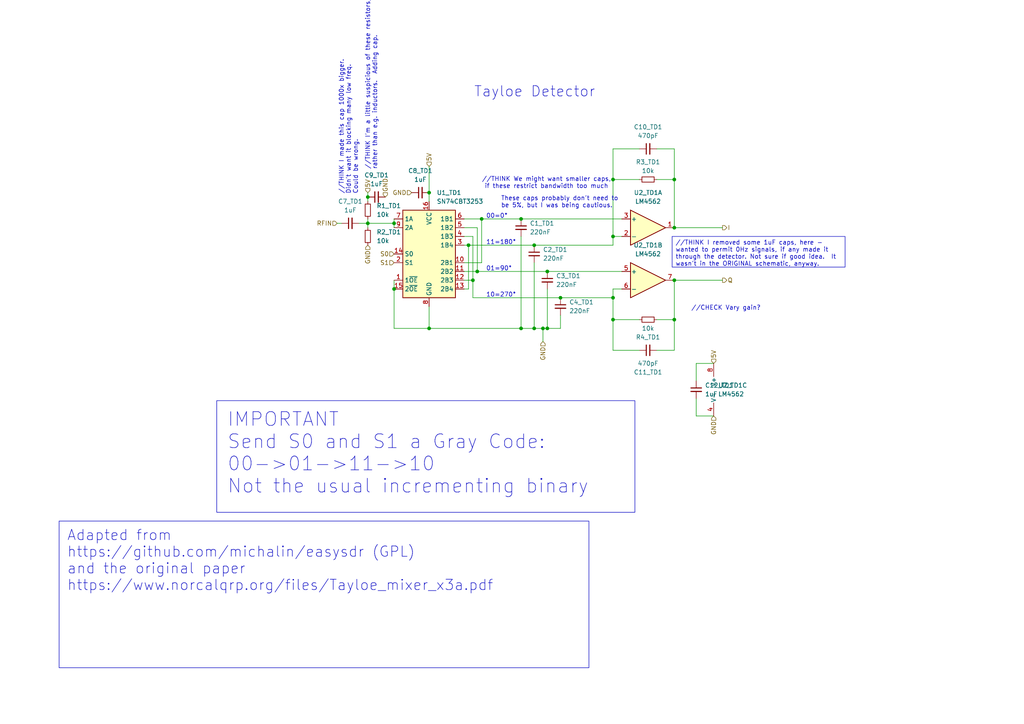
<source format=kicad_sch>
(kicad_sch (version 20231120) (generator "eeschema") (generator_version "8.0")
  (paper "A4")
  (lib_symbols
    (symbol "Amplifier_Operational:LM4562" (pin_names (offset 0.127))
      (property "Reference" "U" (at 0 5.08 0))
      (property "Value" "LM4562" (at 0 -5.08 0))
      (symbol "LM4562_1_1"
        (polyline (pts (xy -5.08 5.08) (xy 5.08 0) (xy -5.08 -5.08) (xy -5.08 5.08)) (stroke (width 0.254)) (fill (type background)))
        (pin output line (at 7.62 0 180) (length 2.54) (name "~") (number "1"))
        (pin input line (at -7.62 -2.54 0) (length 2.54) (name "-") (number "2"))
        (pin input line (at -7.62 2.54 0) (length 2.54) (name "+") (number "3"))
      )
      (symbol "LM4562_2_1"
        (polyline (pts (xy -5.08 5.08) (xy 5.08 0) (xy -5.08 -5.08) (xy -5.08 5.08)) (stroke (width 0.254)) (fill (type background)))
        (pin input line (at -7.62 2.54 0) (length 2.54) (name "+") (number "5"))
        (pin input line (at -7.62 -2.54 0) (length 2.54) (name "-") (number "6"))
        (pin output line (at 7.62 0 180) (length 2.54) (name "~") (number "7"))
      )
      (symbol "LM4562_3_1"
        (pin power_in line (at -2.54 -7.62 90) (length 3.81) (name "V-") (number "4"))
        (pin power_in line (at -2.54 7.62 270) (length 3.81) (name "V+") (number "8"))
      )
    )
    (symbol "Analog_Switch:SN74CBT3253"
      (property "Reference" "U" (at -7.62 13.97 0))
      (property "Value" "SN74CBT3253" (at -11.43 -13.97 0))
      (symbol "SN74CBT3253_0_1"
        (rectangle (start -7.62 12.7) (end 7.62 -12.7) (stroke (width 0.254)) (fill (type background)))
        (rectangle (start 7.62 -12.7) (end 7.62 -12.7))
      )
      (symbol "SN74CBT3253_1_1"
        (pin input line (at -10.16 -7.62 0) (length 2.54) (name "1~{OE}") (number "1"))
        (pin bidirectional line (at 10.16 -2.54 180) (length 2.54) (name "2B1") (number "10"))
        (pin bidirectional line (at 10.16 -5.08 180) (length 2.54) (name "2B2") (number "11"))
        (pin bidirectional line (at 10.16 -7.62 180) (length 2.54) (name "2B3") (number "12"))
        (pin bidirectional line (at 10.16 -10.16 180) (length 2.54) (name "2B4") (number "13"))
        (pin input line (at -10.16 0 0) (length 2.54) (name "S0") (number "14"))
        (pin input line (at -10.16 -10.16 0) (length 2.54) (name "2~{OE}") (number "15"))
        (pin power_in line (at 0 15.24 270) (length 2.54) (name "VCC") (number "16"))
        (pin input line (at -10.16 -2.54 0) (length 2.54) (name "S1") (number "2"))
        (pin bidirectional line (at 10.16 2.54 180) (length 2.54) (name "1B4") (number "3"))
        (pin bidirectional line (at 10.16 5.08 180) (length 2.54) (name "1B3") (number "4"))
        (pin bidirectional line (at 10.16 7.62 180) (length 2.54) (name "1B2") (number "5"))
        (pin bidirectional line (at 10.16 10.16 180) (length 2.54) (name "1B1") (number "6"))
        (pin bidirectional line (at -10.16 10.16 0) (length 2.54) (name "1A") (number "7"))
        (pin power_in line (at 0 -15.24 90) (length 2.54) (name "GND") (number "8"))
        (pin bidirectional line (at -10.16 7.62 0) (length 2.54) (name "2A") (number "9"))
      )
    )
    (symbol "Device:C_Small" (pin_numbers hide) (pin_names (offset 0.254) hide)
      (property "Reference" "C" (at 0.254 1.778 0))
      (property "Value" "C_Small" (at 0.254 -2.032 0))
      (symbol "C_Small_0_1"
        (polyline (pts (xy -1.524 -0.508) (xy 1.524 -0.508)) (stroke (width 0.3302)))
        (polyline (pts (xy -1.524 0.508) (xy 1.524 0.508)) (stroke (width 0.3048)))
      )
      (symbol "C_Small_1_1"
        (pin passive line (at 0 2.54 270) (length 2.032) (name "~") (number "1"))
        (pin passive line (at 0 -2.54 90) (length 2.032) (name "~") (number "2"))
      )
    )
    (symbol "Device:R_Small" (pin_numbers hide) (pin_names (offset 0.254) hide)
      (property "Reference" "R" (at 0.762 0.508 0))
      (property "Value" "R_Small" (at 0.762 -1.016 0))
      (symbol "R_Small_0_1"
        (rectangle (start -0.762 1.778) (end 0.762 -1.778) (stroke (width 0.2032)))
      )
      (symbol "R_Small_1_1"
        (pin passive line (at 0 2.54 270) (length 0.762) (name "~") (number "1"))
        (pin passive line (at 0 -2.54 90) (length 0.762) (name "~") (number "2"))
      )
    )
  )
  (junction (at 195.58 66.04))
  (junction (at 114.3 83.82))
  (junction (at 135.89 71.12))
  (junction (at 177.8 68.58))
  (junction (at 139.7 63.5))
  (junction (at 137.16 81.28))
  (junction (at 177.8 86.36))
  (junction (at 151.13 95.25))
  (junction (at 106.68 64.77))
  (junction (at 195.58 92.71))
  (junction (at 158.75 78.74))
  (junction (at 195.58 52.07))
  (junction (at 114.3 64.77))
  (junction (at 177.8 92.71))
  (junction (at 124.46 95.25))
  (junction (at 106.68 57.15))
  (junction (at 151.13 63.5))
  (junction (at 158.75 95.25))
  (junction (at 124.46 55.88))
  (junction (at 195.58 81.28))
  (junction (at 154.94 71.12))
  (junction (at 162.56 86.36))
  (junction (at 154.94 95.25))
  (junction (at 138.43 78.74))
  (junction (at 177.8 52.07))
  (junction (at 157.48 95.25))
  (wire (pts (xy 195.58 66.04) (xy 209.55 66.04)))
  (wire (pts (xy 177.8 43.18) (xy 177.8 52.07)))
  (wire (pts (xy 137.16 81.28) (xy 137.16 86.36)))
  (wire (pts (xy 177.8 52.07) (xy 177.8 68.58)))
  (wire (pts (xy 124.46 55.88) (xy 124.46 58.42)))
  (wire (pts (xy 157.48 99.06) (xy 157.48 95.25)))
  (wire (pts (xy 124.46 95.25) (xy 124.46 88.9)))
  (wire (pts (xy 190.5 52.07) (xy 195.58 52.07)))
  (wire (pts (xy 151.13 63.5) (xy 180.34 63.5)))
  (wire (pts (xy 177.8 92.71) (xy 185.42 92.71)))
  (wire (pts (xy 195.58 81.28) (xy 209.55 81.28)))
  (wire (pts (xy 114.3 64.77) (xy 114.3 66.04)))
  (wire (pts (xy 106.68 64.77) (xy 106.68 66.04)))
  (wire (pts (xy 137.16 68.58) (xy 134.62 68.58)))
  (wire (pts (xy 114.3 81.28) (xy 114.3 83.82)))
  (wire (pts (xy 124.46 48.26) (xy 124.46 55.88)))
  (wire (pts (xy 135.89 71.12) (xy 154.94 71.12)))
  (wire (pts (xy 177.8 68.58) (xy 180.34 68.58)))
  (wire (pts (xy 134.62 81.28) (xy 137.16 81.28)))
  (wire (pts (xy 137.16 81.28) (xy 137.16 68.58)))
  (wire (pts (xy 177.8 86.36) (xy 177.8 92.71)))
  (wire (pts (xy 177.8 101.6) (xy 177.8 92.71)))
  (wire (pts (xy 139.7 76.2) (xy 139.7 63.5)))
  (wire (pts (xy 195.58 52.07) (xy 195.58 66.04)))
  (wire (pts (xy 157.48 95.25) (xy 158.75 95.25)))
  (wire (pts (xy 104.14 64.77) (xy 106.68 64.77)))
  (wire (pts (xy 139.7 63.5) (xy 151.13 63.5)))
  (wire (pts (xy 134.62 71.12) (xy 135.89 71.12)))
  (wire (pts (xy 201.93 120.65) (xy 207.01 120.65)))
  (wire (pts (xy 106.68 64.77) (xy 114.3 64.77)))
  (wire (pts (xy 137.16 86.36) (xy 162.56 86.36)))
  (wire (pts (xy 162.56 86.36) (xy 177.8 86.36)))
  (wire (pts (xy 138.43 66.04) (xy 134.62 66.04)))
  (wire (pts (xy 139.7 63.5) (xy 134.62 63.5)))
  (wire (pts (xy 106.68 55.88) (xy 106.68 57.15)))
  (wire (pts (xy 134.62 78.74) (xy 138.43 78.74)))
  (wire (pts (xy 195.58 43.18) (xy 195.58 52.07)))
  (wire (pts (xy 97.79 64.77) (xy 99.06 64.77)))
  (wire (pts (xy 151.13 68.58) (xy 151.13 95.25)))
  (wire (pts (xy 201.93 115.57) (xy 201.93 120.65)))
  (wire (pts (xy 162.56 95.25) (xy 158.75 95.25)))
  (wire (pts (xy 177.8 68.58) (xy 177.8 71.12)))
  (wire (pts (xy 185.42 101.6) (xy 177.8 101.6)))
  (wire (pts (xy 154.94 95.25) (xy 157.48 95.25)))
  (wire (pts (xy 190.5 92.71) (xy 195.58 92.71)))
  (wire (pts (xy 180.34 83.82) (xy 177.8 83.82)))
  (wire (pts (xy 158.75 78.74) (xy 180.34 78.74)))
  (wire (pts (xy 195.58 101.6) (xy 195.58 92.71)))
  (wire (pts (xy 158.75 83.82) (xy 158.75 95.25)))
  (wire (pts (xy 201.93 110.49) (xy 201.93 105.41)))
  (wire (pts (xy 138.43 78.74) (xy 138.43 66.04)))
  (wire (pts (xy 114.3 95.25) (xy 124.46 95.25)))
  (wire (pts (xy 195.58 92.71) (xy 195.58 81.28)))
  (wire (pts (xy 106.68 63.5) (xy 106.68 64.77)))
  (wire (pts (xy 154.94 76.2) (xy 154.94 95.25)))
  (wire (pts (xy 190.5 101.6) (xy 195.58 101.6)))
  (wire (pts (xy 106.68 57.15) (xy 106.68 58.42)))
  (wire (pts (xy 135.89 71.12) (xy 135.89 83.82)))
  (wire (pts (xy 190.5 43.18) (xy 195.58 43.18)))
  (wire (pts (xy 134.62 76.2) (xy 139.7 76.2)))
  (wire (pts (xy 177.8 83.82) (xy 177.8 86.36)))
  (wire (pts (xy 134.62 83.82) (xy 135.89 83.82)))
  (wire (pts (xy 151.13 95.25) (xy 154.94 95.25)))
  (wire (pts (xy 185.42 43.18) (xy 177.8 43.18)))
  (wire (pts (xy 162.56 91.44) (xy 162.56 95.25)))
  (wire (pts (xy 114.3 83.82) (xy 114.3 95.25)))
  (wire (pts (xy 151.13 95.25) (xy 124.46 95.25)))
  (wire (pts (xy 185.42 52.07) (xy 177.8 52.07)))
  (wire (pts (xy 154.94 71.12) (xy 177.8 71.12)))
  (wire (pts (xy 201.93 105.41) (xy 207.01 105.41)))
  (wire (pts (xy 114.3 64.77) (xy 114.3 63.5)))
  (wire (pts (xy 138.43 78.74) (xy 158.75 78.74)))
  (text_box "IMPORTANT\nSend S0 and S1 a Gray Code:\n00->01->11->10\nNot the usual incrementing binary" (at 62.865 116.205 0) (size 121.285 32.385) (effects (font (size 4 4)) (justify left top)))
  (text_box "//THINK I removed some 1uF caps, here - wanted to permit 0Hz signals, if any made it through the detector. Not sure if good idea.  It wasn't in the ORIGINAL schematic, anyway." (at 194.945 68.58 0) (size 50.165 8.89) (effects (font (size 1.27 1.27)) (justify left top)))
  (text_box "Adapted from\nhttps://github.com/michalin/easysdr (GPL)\nand the original paper\nhttps://www.norcalqrp.org/files/Tayloe_mixer_x3a.pdf" (at 17.145 151.13 0) (size 153.67 42.545) (effects (font (size 3 3)) (justify left top)))
  (text "00=0°" (at 140.97 63.5 0) (effects (font (size 1.27 1.27)) (justify left bottom)))
  (text "//THINK I'm a little suspicious of these resistors,\nrather than e.g. inductors.  Adding cap." (at 107.696 49.276 90) (effects (font (size 1.27 1.27)) (justify left)))
  (text "01=90°" (at 140.97 78.74 0) (effects (font (size 1.27 1.27)) (justify left bottom)))
  (text "10=270°" (at 140.97 86.36 0) (effects (font (size 1.27 1.27)) (justify left bottom)))
  (text "These caps probably don't need to\nbe 5%, but I was being cautious." (at 145.288 58.674 0) (effects (font (size 1.27 1.27)) (justify left)))
  (text "//CHECK Vary gain?" (at 210.566 89.408 0) (effects (font (size 1.27 1.27))))
  (text "//THINK We might want smaller caps,\nif these restrict bandwidth too much" (at 158.496 53.086 0) (effects (font (size 1.27 1.27))))
  (text "//THINK I made this cap 1000x bigger.\nDidn't want it blocking many low freq.\nCould be wrong." (at 101.092 56.388 90) (effects (font (size 1.27 1.27)) (justify left)))
  (text "Tayloe Detector" (at 137.414 28.448 0) (effects (font (size 3 3)) (justify left bottom)))
  (text "11=180°" (at 140.97 71.12 0) (effects (font (size 1.27 1.27)) (justify left bottom)))
  (hierarchical_label "5V" (shape input) (at 207.01 105.41 90))
  (hierarchical_label "GND" (shape input) (at 111.76 57.15 90))
  (hierarchical_label "Q" (shape output) (at 209.55 81.28 0))
  (hierarchical_label "GND" (shape input) (at 106.68 71.12 270))
  (hierarchical_label "5V" (shape input) (at 106.68 55.88 90))
  (hierarchical_label "GND" (shape input) (at 157.48 99.06 270))
  (hierarchical_label "5V" (shape input) (at 124.46 48.26 90))
  (hierarchical_label "S0" (shape input) (at 114.3 73.66 180))
  (hierarchical_label "GND" (shape input) (at 207.01 120.65 270))
  (hierarchical_label "I" (shape output) (at 209.55 66.04 0))
  (hierarchical_label "S1" (shape input) (at 114.3 76.2 180))
  (hierarchical_label "RFIN" (shape input) (at 97.79 64.77 180))
  (hierarchical_label "GND" (shape input) (at 119.38 55.88 180))
  (symbol (lib_id "Device:R_Small") (at 106.68 68.58 0) (unit 1)
    (property "Reference" "R2_TD1" (at 109.22 67.3099 0) (effects (justify left)))
    (property "Value" "10k" (at 109.22 69.8499 0) (effects (justify left)))
    (property "Footprint" "Resistor_SMD:R_0402_1005Metric" (effects (hide yes)))
    (property "Description" "62.5mW Thick Film Resistors 50V ±100ppm/℃ ±1% 10kΩ 0402  Chip Resistor - Surface Mount ROHS" (effects (hide yes)))
    (property "MFR" "RC0402FR-0710KL" (effects (hide yes)))
    (property "LCSC" "C60490" (effects (hide yes)))
    (property "URL" "https://jlcpcb.com/partdetail/Yageo-RC0402FR0710KL/C60490" (effects (hide yes)))
  )
  (symbol (lib_id "Device:C_Small") (at 187.96 43.18 90) (unit 1)
    (property "Reference" "C10_TD1" (at 187.9663 36.83 90))
    (property "Value" "470pF" (at 187.9663 39.37 90))
    (property "Footprint" "Capacitor_SMD:C_0402_1005Metric" (effects (hide yes)))
    (property "Description" "50V 470pF null ±2% 0402  Multilayer Ceramic Capacitors MLCC - SMD/SMT ROHS" (effects (hide yes)))
    (property "MFR" "GRM1555C1H471GA01D" (effects (hide yes)))
    (property "LCSC" "C701296" (effects (hide yes)))
    (property "URL" "https://jlcpcb.com/partdetail/736227-GRM1555C1H471GA01D/C701296" (effects (hide yes)))
  )
  (symbol (lib_id "Device:C_Small") (at 187.96 101.6 90) (mirror x) (unit 1)
    (property "Reference" "C11_TD1" (at 187.9663 107.95 90))
    (property "Value" "470pF" (at 187.9663 105.41 90))
    (property "Footprint" "Capacitor_SMD:C_0402_1005Metric" (effects (hide yes)))
    (property "Description" "50V 470pF null ±2% 0402  Multilayer Ceramic Capacitors MLCC - SMD/SMT ROHS" (effects (hide yes)))
    (property "MFR" "GRM1555C1H471GA01D" (effects (hide yes)))
    (property "LCSC" "C701296" (effects (hide yes)))
    (property "URL" "https://jlcpcb.com/partdetail/736227-GRM1555C1H471GA01D/C701296" (effects (hide yes)))
  )
  (symbol (lib_id "Device:C_Small") (at 158.75 81.28 0) (unit 1)
    (property "Reference" "C3_TD1" (at 161.29 80.0162 0) (effects (justify left)))
    (property "Value" "220nF" (at 161.29 82.5562 0) (effects (justify left)))
    (property "Footprint" "Capacitor_SMD:C_0402_1005Metric" (effects (hide yes)))
    (property "Description" "Unpolarized capacitor, small symbol" (effects (hide yes)))
    (property "MFR" "0402X224J100CT" (effects (hide yes)))
    (property "LCSC" "C295939" (effects (hide yes)))
    (property "Description" "10V 220nF X5R ±5% 0402  Multilayer Ceramic Capacitors MLCC - SMD/SMT ROHS" (effects (hide yes)))
    (property "URL" "https://jlcpcb.com/partdetail/Walsin_TechCorp-0402X224J100CT/C295939" (effects (hide yes)))
  )
  (symbol (lib_id "Device:C_Small") (at 201.93 113.03 0) (unit 1)
    (property "Reference" "C12_TD1" (at 204.47 111.7662 0) (effects (justify left)))
    (property "Value" "1uF" (at 204.47 114.3062 0) (effects (justify left)))
    (property "Footprint" "Capacitor_SMD:C_0402_1005Metric" (effects (hide yes)))
    (property "Description" "10V 1uF X5R ±10% 0402  Multilayer Ceramic Capacitors MLCC - SMD/SMT ROHS" (effects (hide yes)))
    (property "MFR" "CL05A105KP5NNNC" (effects (hide yes)))
    (property "LCSC" "C14445" (effects (hide yes)))
    (property "URL" "https://jlcpcb.com/partdetail/15107-CL05A105KP5NNNC/C14445" (effects (hide yes)))
  )
  (symbol (lib_id "Amplifier_Operational:LM4562") (at 187.96 66.04 0) (unit 1)
    (property "Reference" "U2_TD1" (at 187.96 55.88 0))
    (property "Value" "LM4562" (at 187.96 58.42 0))
    (property "Footprint" "Package_SO:SOIC-8_3.9x4.9mm_P1.27mm" (effects (hide yes)))
    (property "Datasheet" "http://www.ti.com/lit/ds/symlink/lm4562.pdf" (effects (hide yes)))
    (property "Description" "双声道 SOIC-8  Audio Power OpAmps ROHS" (effects (hide yes)))
    (property "MFR" "LM4562MAX/NOPB" (effects (hide yes)))
    (property "LCSC" "C57367" (effects (hide yes)))
    (property "Description" "双声道 SOIC-8  Audio Power OpAmps ROHS" (effects (hide yes)))
    (property "URL" "https://jlcpcb.com/partdetail/TexasInstruments-LM4562MAXNOPB/C57367" (effects (hide yes)))
  )
  (symbol (lib_id "Device:R_Small") (at 106.68 60.96 0) (unit 1)
    (property "Reference" "R1_TD1" (at 109.22 59.6899 0) (effects (justify left)))
    (property "Value" "10k" (at 109.22 62.2299 0) (effects (justify left)))
    (property "Footprint" "Resistor_SMD:R_0402_1005Metric" (effects (hide yes)))
    (property "Description" "Resistor, small symbol" (effects (hide yes)))
    (property "MFR" "RC0402FR-0710KL" (effects (hide yes)))
    (property "LCSC" "C60490" (effects (hide yes)))
    (property "Description" "62.5mW Thick Film Resistors 50V ±100ppm/℃ ±1% 10kΩ 0402  Chip Resistor - Surface Mount ROHS" (effects (hide yes)))
    (property "URL" "https://jlcpcb.com/partdetail/Yageo-RC0402FR0710KL/C60490" (effects (hide yes)))
  )
  (symbol (lib_id "Device:C_Small") (at 121.92 55.88 90) (unit 1)
    (property "Reference" "C8_TD1" (at 121.9263 49.53 90))
    (property "Value" "1uF" (at 121.9263 52.07 90))
    (property "Footprint" "Capacitor_SMD:C_0402_1005Metric" (effects (hide yes)))
    (property "Description" "10V 1uF X5R ±10% 0402  Multilayer Ceramic Capacitors MLCC - SMD/SMT ROHS" (effects (hide yes)))
    (property "MFR" "CL05A105KP5NNNC" (effects (hide yes)))
    (property "LCSC" "C14445" (effects (hide yes)))
    (property "URL" "https://jlcpcb.com/partdetail/15107-CL05A105KP5NNNC/C14445" (effects (hide yes)))
  )
  (symbol (lib_id "Device:R_Small") (at 187.96 92.71 90) (mirror x) (unit 1)
    (property "Reference" "R4_TD1" (at 187.96 97.79 90))
    (property "Value" "10k" (at 187.96 95.25 90))
    (property "Footprint" "Resistor_SMD:R_0402_1005Metric" (effects (hide yes)))
    (property "Description" "62.5mW Thick Film Resistors 50V ±100ppm/℃ ±1% 10kΩ 0402  Chip Resistor - Surface Mount ROHS" (effects (hide yes)))
    (property "MFR" "RC0402FR-0710KL" (effects (hide yes)))
    (property "LCSC" "C60490" (effects (hide yes)))
    (property "URL" "https://jlcpcb.com/partdetail/Yageo-RC0402FR0710KL/C60490" (effects (hide yes)))
  )
  (symbol (lib_id "Device:C_Small") (at 154.94 73.66 0) (unit 1)
    (property "Reference" "C2_TD1" (at 157.48 72.3962 0) (effects (justify left)))
    (property "Value" "220nF" (at 157.48 74.9362 0) (effects (justify left)))
    (property "Footprint" "Capacitor_SMD:C_0402_1005Metric" (effects (hide yes)))
    (property "Description" "Unpolarized capacitor, small symbol" (effects (hide yes)))
    (property "MFR" "0402X224J100CT" (effects (hide yes)))
    (property "LCSC" "C295939" (effects (hide yes)))
    (property "Description" "10V 220nF X5R ±5% 0402  Multilayer Ceramic Capacitors MLCC - SMD/SMT ROHS" (effects (hide yes)))
    (property "URL" "https://jlcpcb.com/partdetail/Walsin_TechCorp-0402X224J100CT/C295939" (effects (hide yes)))
  )
  (symbol (lib_id "Device:C_Small") (at 109.22 57.15 90) (unit 1)
    (property "Reference" "C9_TD1" (at 109.2263 50.8 90))
    (property "Value" "1uF" (at 109.2263 53.34 90))
    (property "Footprint" "Capacitor_SMD:C_0402_1005Metric" (effects (hide yes)))
    (property "Description" "10V 1uF X5R ±10% 0402  Multilayer Ceramic Capacitors MLCC - SMD/SMT ROHS" (effects (hide yes)))
    (property "MFR" "CL05A105KP5NNNC" (effects (hide yes)))
    (property "LCSC" "C14445" (effects (hide yes)))
    (property "URL" "https://jlcpcb.com/partdetail/15107-CL05A105KP5NNNC/C14445" (effects (hide yes)))
  )
  (symbol (lib_id "Analog_Switch:SN74CBT3253") (at 124.46 73.66 0) (unit 1)
    (property "Reference" "U1_TD1" (at 126.6541 55.88 0) (effects (justify left)))
    (property "Value" "SN74CBT3253" (at 126.6541 58.42 0) (effects (justify left)))
    (property "Footprint" "Package_SO:TSSOP-16_4.4x5mm_P0.65mm" (effects (hide yes)))
    (property "Datasheet" "http://www.ti.com/lit/gpn/sn74cbt3253" (effects (hide yes)))
    (property "Description" "Dual 1 to 4 Analog Multiplexer" (effects (hide yes)))
    (property "MFR" "SN74CBT3253CPWR" (effects (hide yes)))
    (property "LCSC" "C2674672" (effects (hide yes)))
    (property "Description" "4.5V~5.5V TSSOP-16  Signal Switches / Encoders & Decoders / Multiplexers ROHS" (effects (hide yes)))
    (property "URL" "https://jlcpcb.com/partdetail/TexasInstruments-SN74CBT3253CPWR/C2674672" (effects (hide yes)))
  )
  (symbol (lib_id "Device:R_Small") (at 187.96 52.07 90) (unit 1)
    (property "Reference" "R3_TD1" (at 187.96 46.99 90))
    (property "Value" "10k" (at 187.96 49.53 90))
    (property "Footprint" "Resistor_SMD:R_0402_1005Metric" (effects (hide yes)))
    (property "Description" "62.5mW Thick Film Resistors 50V ±100ppm/℃ ±1% 10kΩ 0402  Chip Resistor - Surface Mount ROHS" (effects (hide yes)))
    (property "MFR" "RC0402FR-0710KL" (effects (hide yes)))
    (property "LCSC" "C60490" (effects (hide yes)))
    (property "URL" "https://jlcpcb.com/partdetail/Yageo-RC0402FR0710KL/C60490" (effects (hide yes)))
  )
  (symbol (lib_id "Device:C_Small") (at 101.6 64.77 90) (unit 1)
    (property "Reference" "C7_TD1" (at 101.6063 58.42 90))
    (property "Value" "1uF" (at 101.6063 60.96 90))
    (property "Footprint" "Capacitor_SMD:C_0402_1005Metric" (effects (hide yes)))
    (property "MFR" "CL05A105KP5NNNC" (effects (hide yes)))
    (property "LCSC" "C14445" (effects (hide yes)))
    (property "Description" "10V 1uF X5R ±10% 0402  Multilayer Ceramic Capacitors MLCC - SMD/SMT ROHS" (effects (hide yes)))
    (property "URL" "https://jlcpcb.com/partdetail/15107-CL05A105KP5NNNC/C14445" (effects (hide yes)))
  )
  (symbol (lib_id "Device:C_Small") (at 151.13 66.04 0) (unit 1)
    (property "Reference" "C1_TD1" (at 153.67 64.7762 0) (effects (justify left)))
    (property "Value" "220nF" (at 153.67 67.3162 0) (effects (justify left)))
    (property "Footprint" "Capacitor_SMD:C_0402_1005Metric" (effects (hide yes)))
    (property "Description" "Unpolarized capacitor, small symbol" (effects (hide yes)))
    (property "MFR" "0402X224J100CT" (effects (hide yes)))
    (property "LCSC" "C295939" (effects (hide yes)))
    (property "Description" "10V 220nF X5R ±5% 0402  Multilayer Ceramic Capacitors MLCC - SMD/SMT ROHS" (effects (hide yes)))
    (property "URL" "https://jlcpcb.com/partdetail/Walsin_TechCorp-0402X224J100CT/C295939" (effects (hide yes)))
  )
  (symbol (lib_id "Amplifier_Operational:LM4562") (at 209.55 113.03 0) (unit 3)
    (property "Reference" "U2_TD1" (at 208.28 111.7599 0) (effects (justify left)))
    (property "Value" "LM4562" (at 208.28 114.2999 0) (effects (justify left)))
    (property "Footprint" "Package_SO:SOIC-8_3.9x4.9mm_P1.27mm" (effects (hide yes)))
    (property "Datasheet" "http://www.ti.com/lit/ds/symlink/lm4562.pdf" (effects (hide yes)))
    (property "Description" "双声道 SOIC-8  Audio Power OpAmps ROHS" (effects (hide yes)))
    (property "MFR" "LM4562MAX/NOPB" (effects (hide yes)))
    (property "LCSC" "C57367" (effects (hide yes)))
    (property "URL" "https://jlcpcb.com/partdetail/TexasInstruments-LM4562MAXNOPB/C57367" (effects (hide yes)))
  )
  (symbol (lib_id "Device:C_Small") (at 162.56 88.9 0) (unit 1)
    (property "Reference" "C4_TD1" (at 165.1 87.6362 0) (effects (justify left)))
    (property "Value" "220nF" (at 165.1 90.1762 0) (effects (justify left)))
    (property "Footprint" "Capacitor_SMD:C_0402_1005Metric" (effects (hide yes)))
    (property "Description" "Unpolarized capacitor, small symbol" (effects (hide yes)))
    (property "MFR" "0402X224J100CT" (effects (hide yes)))
    (property "LCSC" "C295939" (effects (hide yes)))
    (property "Description" "10V 220nF X5R ±5% 0402  Multilayer Ceramic Capacitors MLCC - SMD/SMT ROHS" (effects (hide yes)))
    (property "URL" "https://jlcpcb.com/partdetail/Walsin_TechCorp-0402X224J100CT/C295939" (effects (hide yes)))
  )
  (symbol (lib_id "Amplifier_Operational:LM4562") (at 187.96 81.28 0) (unit 2)
    (property "Reference" "U2_TD1" (at 187.96 71.12 0))
    (property "Value" "LM4562" (at 187.96 73.66 0))
    (property "Footprint" "Package_SO:SOIC-8_3.9x4.9mm_P1.27mm" (effects (hide yes)))
    (property "Datasheet" "http://www.ti.com/lit/ds/symlink/lm4562.pdf" (effects (hide yes)))
    (property "Description" "双声道 SOIC-8  Audio Power OpAmps ROHS" (effects (hide yes)))
    (property "MFR" "LM4562MAX/NOPB" (effects (hide yes)))
    (property "LCSC" "C57367" (effects (hide yes)))
    (property "URL" "https://jlcpcb.com/partdetail/TexasInstruments-LM4562MAXNOPB/C57367" (effects (hide yes)))
  )
)
</source>
